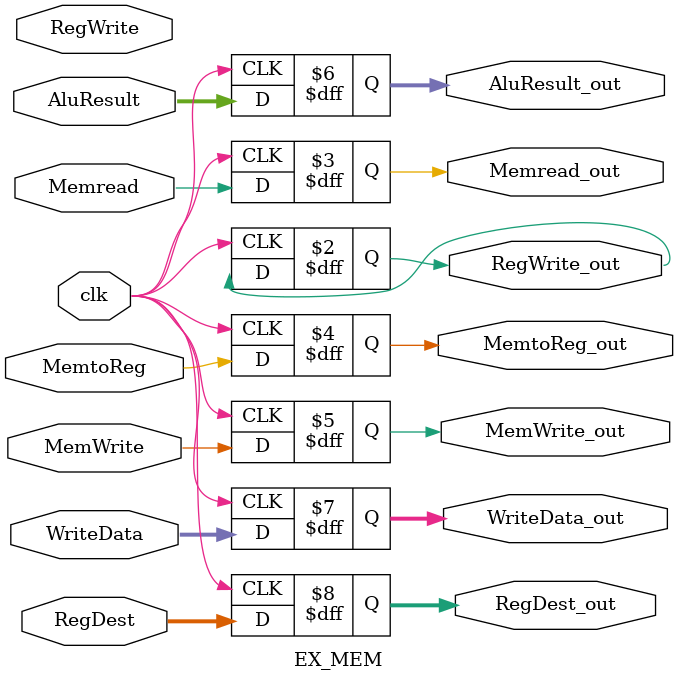
<source format=v>
module EX_MEM(clk, RegWrite, Memread, MemtoReg, MemWrite, AluResult, WriteData, RegDest, 
            RegWrite_out, Memread_out, MemtoReg_out, MemWrite_out, AluResult_out, WriteData_out, RegDest_out);
input clk, RegWrite, Memread, MemtoReg, MemWrite;
input [31:0] AluResult, WriteData;
input [4:0] RegDest;

output RegWrite_out, Memread_out, MemtoReg_out, MemWrite_out;
output [31:0] AluResult_out, WriteData_out;
output [4:0] RegDest_out;

always @(posedge clk) begin
    RegWrite_out <= RegWrite_out;
    Memread_out <= Memread;
    MemtoReg_out <= MemtoReg;
    MemWrite_out <= MemWrite;
    AluResult_out <= AluResult;
    WriteData_out <= WriteData;
    RegDest_out <= RegDest;
end
endmodule
</source>
